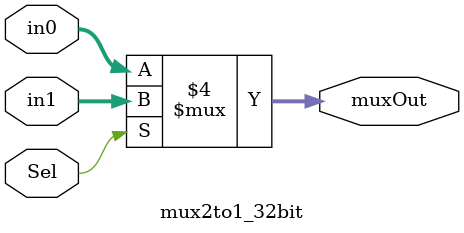
<source format=v>
module mux2to1_32bit(input [31:0] in0, input [31:0] in1, input Sel, output reg [31:0] muxOut);
	always @ (in0,in1,Sel)
	begin
		if(~Sel)
			muxOut=in0;
		else
			muxOut=in1;
	end
endmodule

</source>
